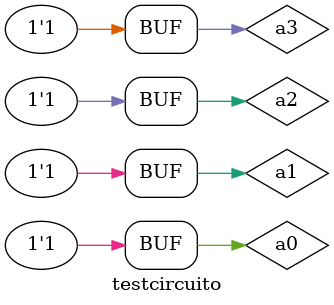
<source format=v>
module circuito (s0, s1, s2, s3, s4, a3, a2, a1, a0);
 output s0, s1, s2, s3, s4;
 input a3, a2, a1, a0;
 
 not NOT1 (s0, a0);
 not NOT2 (s1, a1);
 not NOT3 (s2, a2);
 not NOT4 (s3, a3);
 
endmodule

module testcircuito;
 reg a3, a2, a1, a0;
 wire s0, s1, s2, s3, s4;
 
 circuito CIRC1 (s0, s1, s2, s3, s4, a3, a2, a1, a0);
 
 initial begin
      $display("Exemplo 01 - Braulio Lima e Andrade - 380749");
      $display("Test Circuito Complemento de 1");
      $display("\na3 a2 a1 a0 = s3 s2 s1 s0");
		$monitor(" %b  %b  %b  %b =  %b  %b  %b  %b", a3, a2, a1, a0, s3, s2, s1, s0);
	#1 a3=0; a2=0; a1=0; a0=0;
	#1 a3=0; a2=0; a1=0; a0=1;
	#1 a3=0; a2=0; a1=1; a0=0;
	#1 a3=0; a2=0; a1=1; a0=1;
	#1 a3=0; a2=1; a1=0; a0=0;
	#1 a3=0; a2=1; a1=0; a0=1;
	#1 a3=0; a2=1; a1=1; a0=0;
	#1 a3=0; a2=1; a1=1; a0=1;
	#1 a3=1; a2=0; a1=0; a0=0;
	#1 a3=1; a2=0; a1=0; a0=1;
	#1 a3=1; a2=0; a1=1; a0=0;
	#1 a3=1; a2=0; a1=1; a0=1;
	#1 a3=1; a2=1; a1=0; a0=0;
	#1 a3=1; a2=1; a1=0; a0=1;
	#1 a3=1; a2=1; a1=1; a0=0;
	#1 a3=1; a2=1; a1=1; a0=1;
	
 end
 
endmodule
</source>
